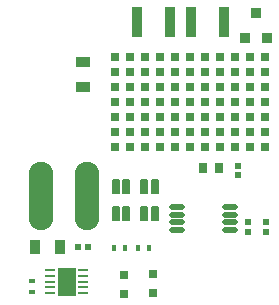
<source format=gtp>
G04 Layer_Color=8421504*
%FSAX25Y25*%
%MOIN*%
G70*
G01*
G75*
%ADD10R,0.01772X0.02165*%
%ADD11R,0.03150X0.02756*%
%ADD12R,0.02047X0.01968*%
%ADD13R,0.02165X0.01772*%
%ADD14R,0.03740X0.10236*%
%ADD15R,0.03740X0.09842*%
%ADD16R,0.03200X0.03600*%
%ADD17R,0.02756X0.03543*%
%ADD18R,0.03543X0.00984*%
%ADD19R,0.05866X0.09449*%
G04:AMPARAMS|DCode=20|XSize=25mil|YSize=50mil|CornerRadius=3.13mil|HoleSize=0mil|Usage=FLASHONLY|Rotation=180.000|XOffset=0mil|YOffset=0mil|HoleType=Round|Shape=RoundedRectangle|*
%AMROUNDEDRECTD20*
21,1,0.02500,0.04375,0,0,180.0*
21,1,0.01875,0.05000,0,0,180.0*
1,1,0.00625,-0.00937,0.02187*
1,1,0.00625,0.00937,0.02187*
1,1,0.00625,0.00937,-0.02187*
1,1,0.00625,-0.00937,-0.02187*
%
%ADD20ROUNDEDRECTD20*%
%ADD21R,0.02500X0.02500*%
%ADD22O,0.05315X0.01772*%
%ADD23R,0.01968X0.02047*%
G04:AMPARAMS|DCode=24|XSize=82.68mil|YSize=228.35mil|CornerRadius=41.34mil|HoleSize=0mil|Usage=FLASHONLY|Rotation=0.000|XOffset=0mil|YOffset=0mil|HoleType=Round|Shape=RoundedRectangle|*
%AMROUNDEDRECTD24*
21,1,0.08268,0.14567,0,0,0.0*
21,1,0.00000,0.22835,0,0,0.0*
1,1,0.08268,0.00000,-0.07283*
1,1,0.08268,0.00000,-0.07283*
1,1,0.08268,0.00000,0.07283*
1,1,0.08268,0.00000,0.07283*
%
%ADD24ROUNDEDRECTD24*%
%ADD25R,0.04724X0.03543*%
%ADD26R,0.03543X0.04724*%
D10*
X0375772Y0275700D02*
D03*
X0372228D02*
D03*
X0364228D02*
D03*
X0367772D02*
D03*
D11*
X0377300Y0260750D02*
D03*
Y0267050D02*
D03*
X0367642Y0260484D02*
D03*
Y0266783D02*
D03*
D12*
X0415000Y0284343D02*
D03*
Y0281114D02*
D03*
X0405500Y0303114D02*
D03*
Y0299886D02*
D03*
X0409000Y0281000D02*
D03*
Y0284228D02*
D03*
D13*
X0336992Y0261000D02*
D03*
Y0264543D02*
D03*
D14*
X0401012Y0351000D02*
D03*
X0383012D02*
D03*
D15*
X0389988D02*
D03*
X0371988D02*
D03*
D16*
X0407760Y0345563D02*
D03*
X0415300D02*
D03*
X0411500Y0353900D02*
D03*
D17*
X0399256Y0302500D02*
D03*
X0393744D02*
D03*
D18*
X0343008Y0268437D02*
D03*
Y0266469D02*
D03*
Y0264500D02*
D03*
Y0262532D02*
D03*
Y0260563D02*
D03*
X0353992Y0268437D02*
D03*
Y0266469D02*
D03*
Y0264500D02*
D03*
Y0262532D02*
D03*
Y0260563D02*
D03*
D19*
X0348500Y0264500D02*
D03*
D20*
X0368252Y0296000D02*
D03*
X0364748D02*
D03*
X0377752D02*
D03*
X0374248D02*
D03*
X0368252Y0287000D02*
D03*
X0364748D02*
D03*
X0377752D02*
D03*
X0374248D02*
D03*
D21*
X0414500Y0339500D02*
D03*
Y0334500D02*
D03*
Y0329500D02*
D03*
Y0324500D02*
D03*
Y0319500D02*
D03*
Y0314500D02*
D03*
Y0309500D02*
D03*
X0409500Y0339500D02*
D03*
Y0334500D02*
D03*
Y0329500D02*
D03*
Y0324500D02*
D03*
Y0319500D02*
D03*
Y0314500D02*
D03*
Y0309500D02*
D03*
X0404500Y0339500D02*
D03*
Y0334500D02*
D03*
Y0329500D02*
D03*
Y0324500D02*
D03*
Y0319500D02*
D03*
Y0314500D02*
D03*
Y0309500D02*
D03*
X0399500Y0339500D02*
D03*
Y0334500D02*
D03*
Y0329500D02*
D03*
Y0324500D02*
D03*
Y0319500D02*
D03*
Y0314500D02*
D03*
Y0309500D02*
D03*
X0394500Y0339500D02*
D03*
Y0334500D02*
D03*
Y0329500D02*
D03*
Y0324500D02*
D03*
Y0319500D02*
D03*
Y0314500D02*
D03*
Y0309500D02*
D03*
X0389500Y0339500D02*
D03*
Y0334500D02*
D03*
Y0329500D02*
D03*
Y0324500D02*
D03*
Y0319500D02*
D03*
Y0314500D02*
D03*
Y0309500D02*
D03*
X0384500Y0339500D02*
D03*
Y0334500D02*
D03*
Y0329500D02*
D03*
Y0324500D02*
D03*
Y0319500D02*
D03*
Y0314500D02*
D03*
Y0309500D02*
D03*
X0379500Y0339500D02*
D03*
Y0334500D02*
D03*
Y0329500D02*
D03*
Y0324500D02*
D03*
Y0319500D02*
D03*
Y0314500D02*
D03*
Y0309500D02*
D03*
X0374500Y0339500D02*
D03*
Y0334500D02*
D03*
Y0329500D02*
D03*
Y0324500D02*
D03*
Y0319500D02*
D03*
Y0314500D02*
D03*
Y0309500D02*
D03*
X0369500Y0339500D02*
D03*
Y0334500D02*
D03*
Y0329500D02*
D03*
Y0324500D02*
D03*
Y0319500D02*
D03*
Y0314500D02*
D03*
Y0309500D02*
D03*
X0364500Y0339500D02*
D03*
Y0334500D02*
D03*
Y0329500D02*
D03*
Y0324500D02*
D03*
Y0319500D02*
D03*
Y0314500D02*
D03*
Y0309500D02*
D03*
D22*
X0385240Y0289339D02*
D03*
Y0286780D02*
D03*
Y0284221D02*
D03*
Y0281661D02*
D03*
X0402760Y0289339D02*
D03*
Y0286780D02*
D03*
Y0284221D02*
D03*
Y0281661D02*
D03*
D23*
X0355500Y0276000D02*
D03*
X0352272D02*
D03*
D24*
X0339823Y0293000D02*
D03*
X0355177D02*
D03*
D25*
X0354000Y0337634D02*
D03*
Y0329366D02*
D03*
D26*
X0337866Y0276000D02*
D03*
X0346134D02*
D03*
M02*

</source>
